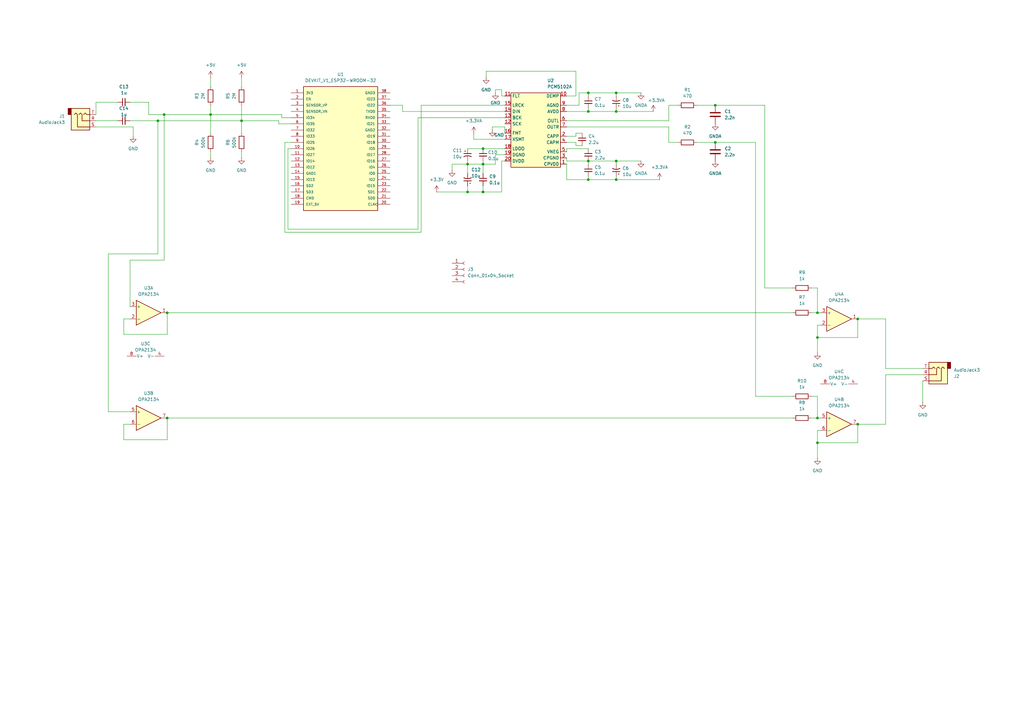
<source format=kicad_sch>
(kicad_sch (version 20231120) (generator "eeschema") (generator_version "8.0")
  (paper "A3")
  (lib_symbols
    (symbol "Amplifier_Operational:OPA2134" (pin_names (offset 0.127))
      (property "Reference" "U" (at 0 5.08 0))
      (property "Value" "OPA2134" (at 0 -5.08 0))
      (symbol "OPA2134_1_1"
        (polyline (pts (xy -5.08 5.08) (xy 5.08 0) (xy -5.08 -5.08) (xy -5.08 5.08)) (stroke (width 0.254)) (fill (type background)))
        (pin output line (at 7.62 0 180) (length 2.54) (name "~") (number "1"))
        (pin input line (at -7.62 -2.54 0) (length 2.54) (name "-") (number "2"))
        (pin input line (at -7.62 2.54 0) (length 2.54) (name "+") (number "3"))
      )
      (symbol "OPA2134_2_1"
        (polyline (pts (xy -5.08 5.08) (xy 5.08 0) (xy -5.08 -5.08) (xy -5.08 5.08)) (stroke (width 0.254)) (fill (type background)))
        (pin input line (at -7.62 2.54 0) (length 2.54) (name "+") (number "5"))
        (pin input line (at -7.62 -2.54 0) (length 2.54) (name "-") (number "6"))
        (pin output line (at 7.62 0 180) (length 2.54) (name "~") (number "7"))
      )
      (symbol "OPA2134_3_1"
        (pin power_in line (at -2.54 -7.62 90) (length 3.81) (name "V-") (number "4"))
        (pin power_in line (at -2.54 7.62 270) (length 3.81) (name "V+") (number "8"))
      )
    )
    (symbol "Audio:PCM5102A"
      (property "Reference" "U2" (at 4.7341 17.78 0))
      (property "Value" "PCM5102A" (at 4.7341 15.24 0))
      (symbol "PCM5102A_0_1"
        (rectangle (start -10.16 12.7) (end 10.16 -17.78) (stroke (width 0.254)) (fill (type background)))
      )
      (symbol "PCM5102A_1_1"
        (pin passive line (at 12.7 -16.51 180) (length 2.54) (name "CPVDD") (number "1"))
        (pin input line (at 12.7 11.43 180) (length 2.54) (name "DEMP") (number "10"))
        (pin input line (at -12.7 11.43 0) (length 2.54) (name "FLT") (number "11"))
        (pin input line (at -12.7 0 0) (length 2.54) (name "SCK") (number "12"))
        (pin input line (at -12.7 2.54 0) (length 2.54) (name "BCK") (number "13"))
        (pin input line (at -12.7 5.08 0) (length 2.54) (name "DIN") (number "14"))
        (pin input line (at -12.7 7.62 0) (length 2.54) (name "LRCK") (number "15"))
        (pin input line (at -12.7 -3.81 0) (length 2.54) (name "FMT") (number "16"))
        (pin input line (at -12.7 -6.35 0) (length 2.54) (name "XSMT") (number "17"))
        (pin passive line (at -12.7 -10.16 0) (length 2.54) (name "LDOO") (number "18"))
        (pin power_in line (at -12.7 -12.7 0) (length 2.54) (name "DGND") (number "19"))
        (pin passive line (at 12.7 -5.08 180) (length 2.54) (name "CAPP") (number "2"))
        (pin power_in line (at -12.7 -15.24 0) (length 2.54) (name "DVDD") (number "20"))
        (pin power_in line (at 12.7 -13.97 180) (length 2.54) (name "CPGND") (number "3"))
        (pin passive line (at 12.7 -7.62 180) (length 2.54) (name "CAPM") (number "4"))
        (pin passive line (at 12.7 -11.43 180) (length 2.54) (name "VNEG") (number "5"))
        (pin output line (at 12.7 1.27 180) (length 2.54) (name "OUTL") (number "6"))
        (pin output line (at 12.7 -1.27 180) (length 2.54) (name "OUTR") (number "7"))
        (pin power_in line (at 12.7 5.08 180) (length 2.54) (name "AVDD") (number "8"))
        (pin power_in line (at 12.7 7.62 180) (length 2.54) (name "AGND") (number "9"))
      )
    )
    (symbol "AudioSystemSymbolLibrary:DEVKIT_V1_ESP32-WROOM-32" (pin_names (offset 1.016))
      (property "Reference" "U" (at -15.2572 26.0643 0))
      (property "Value" "DEVKIT_V1_ESP32-WROOM-32" (at -15.2563 -27.9698 0))
      (symbol "DEVKIT_V1_ESP32-WROOM-32_0_0"
        (rectangle (start -15.24 -25.4) (end 15.24 25.4) (stroke (width 0.254)) (fill (type background)))
        (pin power_in line (at -20.32 22.86 0) (length 5.08) (name "3V3") (number "1"))
        (pin bidirectional line (at -20.32 0 0) (length 5.08) (name "IO26") (number "10"))
        (pin bidirectional line (at -20.32 -2.54 0) (length 5.08) (name "IO27") (number "11"))
        (pin bidirectional line (at -20.32 -5.08 0) (length 5.08) (name "IO14") (number "12"))
        (pin bidirectional line (at -20.32 -7.62 0) (length 5.08) (name "IO12") (number "13"))
        (pin power_in line (at -20.32 -10.16 0) (length 5.08) (name "GND1") (number "14"))
        (pin bidirectional line (at -20.32 -12.7 0) (length 5.08) (name "IO13") (number "15"))
        (pin bidirectional line (at -20.32 -15.24 0) (length 5.08) (name "SD2") (number "16"))
        (pin bidirectional line (at -20.32 -17.78 0) (length 5.08) (name "SD3") (number "17"))
        (pin bidirectional line (at -20.32 -20.32 0) (length 5.08) (name "CMD") (number "18"))
        (pin power_in line (at -20.32 -22.86 0) (length 5.08) (name "EXT_5V") (number "19"))
        (pin input line (at -20.32 20.32 0) (length 5.08) (name "EN") (number "2"))
        (pin input clock (at 20.32 -22.86 180) (length 5.08) (name "CLK") (number "20"))
        (pin bidirectional line (at 20.32 -20.32 180) (length 5.08) (name "SD0") (number "21"))
        (pin bidirectional line (at 20.32 -17.78 180) (length 5.08) (name "SD1") (number "22"))
        (pin bidirectional line (at 20.32 -15.24 180) (length 5.08) (name "IO15") (number "23"))
        (pin bidirectional line (at 20.32 -12.7 180) (length 5.08) (name "IO2") (number "24"))
        (pin bidirectional line (at 20.32 -10.16 180) (length 5.08) (name "IO0") (number "25"))
        (pin bidirectional line (at 20.32 -7.62 180) (length 5.08) (name "IO4") (number "26"))
        (pin bidirectional line (at 20.32 -5.08 180) (length 5.08) (name "IO16") (number "27"))
        (pin bidirectional line (at 20.32 -2.54 180) (length 5.08) (name "IO17") (number "28"))
        (pin bidirectional line (at 20.32 0 180) (length 5.08) (name "IO5") (number "29"))
        (pin input line (at -20.32 17.78 0) (length 5.08) (name "SENSOR_VP") (number "3"))
        (pin bidirectional line (at 20.32 2.54 180) (length 5.08) (name "IO18") (number "30"))
        (pin bidirectional line (at 20.32 5.08 180) (length 5.08) (name "IO19") (number "31"))
        (pin power_in line (at 20.32 7.62 180) (length 5.08) (name "GND2") (number "32"))
        (pin bidirectional line (at 20.32 10.16 180) (length 5.08) (name "IO21") (number "33"))
        (pin input line (at 20.32 12.7 180) (length 5.08) (name "RXD0") (number "34"))
        (pin output line (at 20.32 15.24 180) (length 5.08) (name "TXD0") (number "35"))
        (pin bidirectional line (at 20.32 17.78 180) (length 5.08) (name "IO22") (number "36"))
        (pin bidirectional line (at 20.32 20.32 180) (length 5.08) (name "IO23") (number "37"))
        (pin power_in line (at 20.32 22.86 180) (length 5.08) (name "GND3") (number "38"))
        (pin input line (at -20.32 15.24 0) (length 5.08) (name "SENSOR_VN") (number "4"))
        (pin bidirectional line (at -20.32 12.7 0) (length 5.08) (name "IO34") (number "5"))
        (pin bidirectional line (at -20.32 10.16 0) (length 5.08) (name "IO35") (number "6"))
        (pin bidirectional line (at -20.32 7.62 0) (length 5.08) (name "IO32") (number "7"))
        (pin bidirectional line (at -20.32 5.08 0) (length 5.08) (name "IO33") (number "8"))
        (pin bidirectional line (at -20.32 2.54 0) (length 5.08) (name "IO25") (number "9"))
      )
    )
    (symbol "Connector:Conn_01x04_Socket" (pin_names (offset 1.016) hide)
      (property "Reference" "J" (at 0 5.08 0))
      (property "Value" "Conn_01x04_Socket" (at 0 -7.62 0))
      (symbol "Conn_01x04_Socket_1_1"
        (arc (start 0 -4.572) (mid -0.5058 -5.08) (end 0 -5.588) (stroke (width 0.1524)))
        (arc (start 0 -2.032) (mid -0.5058 -2.54) (end 0 -3.048) (stroke (width 0.1524)))
        (polyline (pts (xy -1.27 -5.08) (xy -0.508 -5.08)) (stroke (width 0.1524)))
        (polyline (pts (xy -1.27 -2.54) (xy -0.508 -2.54)) (stroke (width 0.1524)))
        (polyline (pts (xy -1.27 0) (xy -0.508 0)) (stroke (width 0.1524)))
        (polyline (pts (xy -1.27 2.54) (xy -0.508 2.54)) (stroke (width 0.1524)))
        (arc (start 0 0.508) (mid -0.5058 0) (end 0 -0.508) (stroke (width 0.1524)))
        (arc (start 0 3.048) (mid -0.5058 2.54) (end 0 2.032) (stroke (width 0.1524)))
        (pin passive line (at -5.08 2.54 0) (length 3.81) (name "Pin_1") (number "1"))
        (pin passive line (at -5.08 0 0) (length 3.81) (name "Pin_2") (number "2"))
        (pin passive line (at -5.08 -2.54 0) (length 3.81) (name "Pin_3") (number "3"))
        (pin passive line (at -5.08 -5.08 0) (length 3.81) (name "Pin_4") (number "4"))
      )
    )
    (symbol "Connector_Audio:AudioJack3"
      (property "Reference" "J" (at 0 8.89 0))
      (property "Value" "AudioJack3" (at 0 6.35 0))
      (symbol "AudioJack3_0_1"
        (rectangle (start -5.08 -5.08) (end -6.35 -2.54) (stroke (width 0.254)) (fill (type outline)))
        (polyline (pts (xy 0 -2.54) (xy 0.635 -3.175) (xy 1.27 -2.54) (xy 2.54 -2.54)) (stroke (width 0.254)))
        (polyline (pts (xy -1.905 -2.54) (xy -1.27 -3.175) (xy -0.635 -2.54) (xy -0.635 0) (xy 2.54 0)) (stroke (width 0.254)))
        (polyline (pts (xy 2.54 2.54) (xy -2.54 2.54) (xy -2.54 -2.54) (xy -3.175 -3.175) (xy -3.81 -2.54)) (stroke (width 0.254)))
        (rectangle (start 2.54 3.81) (end -5.08 -5.08) (stroke (width 0.254)) (fill (type background)))
      )
      (symbol "AudioJack3_1_1"
        (pin passive line (at 5.08 0 180) (length 2.54) (name "~") (number "R"))
        (pin passive line (at 5.08 2.54 180) (length 2.54) (name "~") (number "S"))
        (pin passive line (at 5.08 -2.54 180) (length 2.54) (name "~") (number "T"))
      )
    )
    (symbol "Device:C" (pin_numbers hide) (pin_names (offset 0.254))
      (property "Reference" "C" (at 0.635 2.54 0))
      (property "Value" "C" (at 0.635 -2.54 0))
      (symbol "C_0_1"
        (polyline (pts (xy -2.032 -0.762) (xy 2.032 -0.762)) (stroke (width 0.508)))
        (polyline (pts (xy -2.032 0.762) (xy 2.032 0.762)) (stroke (width 0.508)))
      )
      (symbol "C_1_1"
        (pin passive line (at 0 3.81 270) (length 2.794) (name "~") (number "1"))
        (pin passive line (at 0 -3.81 90) (length 2.794) (name "~") (number "2"))
      )
    )
    (symbol "Device:C_Polarized_Small_US" (pin_numbers hide) (pin_names (offset 0.254) hide)
      (property "Reference" "C" (at 0.254 1.778 0))
      (property "Value" "C_Polarized_Small_US" (at 0.254 -2.032 0))
      (symbol "C_Polarized_Small_US_0_1"
        (polyline (pts (xy -1.524 0.508) (xy 1.524 0.508)) (stroke (width 0.3048)))
        (polyline (pts (xy -1.27 1.524) (xy -0.762 1.524)))
        (polyline (pts (xy -1.016 1.27) (xy -1.016 1.778)))
        (arc (start 1.524 -0.762) (mid 0 -0.3734) (end -1.524 -0.762) (stroke (width 0.3048)))
      )
      (symbol "C_Polarized_Small_US_1_1"
        (pin passive line (at 0 2.54 270) (length 2.032) (name "~") (number "1"))
        (pin passive line (at 0 -2.54 90) (length 2.032) (name "~") (number "2"))
      )
    )
    (symbol "Device:C_Small" (pin_numbers hide) (pin_names (offset 0.254) hide)
      (property "Reference" "C" (at 0.254 1.778 0))
      (property "Value" "C_Small" (at 0.254 -2.032 0))
      (symbol "C_Small_0_1"
        (polyline (pts (xy -1.524 -0.508) (xy 1.524 -0.508)) (stroke (width 0.3302)))
        (polyline (pts (xy -1.524 0.508) (xy 1.524 0.508)) (stroke (width 0.3048)))
      )
      (symbol "C_Small_1_1"
        (pin passive line (at 0 2.54 270) (length 2.032) (name "~") (number "1"))
        (pin passive line (at 0 -2.54 90) (length 2.032) (name "~") (number "2"))
      )
    )
    (symbol "Device:R" (pin_numbers hide) (pin_names (offset 0))
      (property "Reference" "R" (at 2.032 0 90))
      (property "Value" "R" (at 0 0 90))
      (symbol "R_0_1"
        (rectangle (start -1.016 -2.54) (end 1.016 2.54) (stroke (width 0.254)))
      )
      (symbol "R_1_1"
        (pin passive line (at 0 3.81 270) (length 1.27) (name "~") (number "1"))
        (pin passive line (at 0 -3.81 90) (length 1.27) (name "~") (number "2"))
      )
    )
    (symbol "power:+3.3V" (power) (pin_numbers hide) (pin_names (offset 0) hide)
      (property "Value" "+3.3V" (at 0 3.556 0))
      (symbol "+3.3V_0_1"
        (polyline (pts (xy -0.762 1.27) (xy 0 2.54)))
        (polyline (pts (xy 0 0) (xy 0 2.54)))
        (polyline (pts (xy 0 2.54) (xy 0.762 1.27)))
      )
      (symbol "+3.3V_1_1"
        (pin power_in line (at 0 0 90) (length 0) (name "~") (number "1"))
      )
    )
    (symbol "power:+3.3VA" (power) (pin_numbers hide) (pin_names (offset 0) hide)
      (property "Value" "+3.3VA" (at 0 3.556 0))
      (symbol "+3.3VA_0_1"
        (polyline (pts (xy -0.762 1.27) (xy 0 2.54)))
        (polyline (pts (xy 0 0) (xy 0 2.54)))
        (polyline (pts (xy 0 2.54) (xy 0.762 1.27)))
      )
      (symbol "+3.3VA_1_1"
        (pin power_in line (at 0 0 90) (length 0) (name "~") (number "1"))
      )
    )
    (symbol "power:+5V" (power) (pin_numbers hide) (pin_names (offset 0) hide)
      (property "Value" "+5V" (at 0 3.556 0))
      (symbol "+5V_0_1"
        (polyline (pts (xy -0.762 1.27) (xy 0 2.54)))
        (polyline (pts (xy 0 0) (xy 0 2.54)))
        (polyline (pts (xy 0 2.54) (xy 0.762 1.27)))
      )
      (symbol "+5V_1_1"
        (pin power_in line (at 0 0 90) (length 0) (name "~") (number "1"))
      )
    )
    (symbol "power:GND" (power) (pin_numbers hide) (pin_names (offset 0) hide)
      (property "Value" "GND" (at 0 -3.81 0))
      (symbol "GND_0_1"
        (polyline (pts (xy 0 0) (xy 0 -1.27) (xy 1.27 -1.27) (xy 0 -2.54) (xy -1.27 -1.27) (xy 0 -1.27)))
      )
      (symbol "GND_1_1"
        (pin power_in line (at 0 0 270) (length 0) (name "~") (number "1"))
      )
    )
    (symbol "power:GNDA" (power) (pin_numbers hide) (pin_names (offset 0) hide)
      (property "Value" "GNDA" (at 0 -3.81 0))
      (symbol "GNDA_0_1"
        (polyline (pts (xy 0 0) (xy 0 -1.27) (xy 1.27 -1.27) (xy 0 -2.54) (xy -1.27 -1.27) (xy 0 -1.27)))
      )
      (symbol "GNDA_1_1"
        (pin power_in line (at 0 0 270) (length 0) (name "~") (number "1"))
      )
    )
  )
  (junction (at 68.58 171.45))
  (junction (at 241.3 45.72))
  (junction (at 252.73 38.1))
  (junction (at 293.37 43.18))
  (junction (at 64.77 49.53))
  (junction (at 351.79 130.81))
  (junction (at 86.36 46.99))
  (junction (at 335.28 171.45))
  (junction (at 241.3 66.04))
  (junction (at 335.28 181.61))
  (junction (at 293.37 58.42))
  (junction (at 99.06 49.53))
  (junction (at 241.3 38.1))
  (junction (at 252.73 73.66))
  (junction (at 351.79 173.99))
  (junction (at 198.12 60.96))
  (junction (at 241.3 73.66))
  (junction (at 67.31 46.99))
  (junction (at 68.58 128.27))
  (junction (at 198.12 78.74))
  (junction (at 335.28 128.27))
  (junction (at 252.73 66.04))
  (junction (at 191.77 67.31))
  (junction (at 252.73 45.72))
  (junction (at 335.28 138.43))
  (junction (at 198.12 67.31))
  (junction (at 191.77 78.74))
  (wire (pts (xy 236.22 39.37) (xy 236.22 29.21)))
  (wire (pts (xy 207.01 54.61) (xy 207.01 52.07)))
  (wire (pts (xy 191.77 78.74) (xy 198.12 78.74)))
  (wire (pts (xy 232.41 58.42) (xy 236.22 58.42)))
  (wire (pts (xy 53.34 125.73) (xy 53.34 106.68)))
  (wire (pts (xy 252.73 45.72) (xy 267.97 45.72)))
  (wire (pts (xy 232.41 62.23) (xy 232.41 60.96)))
  (wire (pts (xy 332.74 162.56) (xy 335.28 162.56)))
  (wire (pts (xy 285.75 58.42) (xy 293.37 58.42)))
  (wire (pts (xy 198.12 71.12) (xy 198.12 67.31)))
  (wire (pts (xy 274.32 43.18) (xy 278.13 43.18)))
  (wire (pts (xy 252.73 38.1) (xy 252.73 39.37)))
  (wire (pts (xy 191.77 71.12) (xy 191.77 67.31)))
  (wire (pts (xy 50.8 137.16) (xy 50.8 130.81)))
  (wire (pts (xy 252.73 45.72) (xy 252.73 44.45)))
  (wire (pts (xy 198.12 60.96) (xy 207.01 60.96)))
  (wire (pts (xy 313.69 118.11) (xy 313.69 43.18)))
  (wire (pts (xy 198.12 67.31) (xy 203.2 67.31)))
  (wire (pts (xy 207.01 57.15) (xy 194.31 57.15)))
  (wire (pts (xy 64.77 49.53) (xy 99.06 49.53)))
  (wire (pts (xy 252.73 73.66) (xy 270.51 73.66)))
  (wire (pts (xy 241.3 38.1) (xy 252.73 38.1)))
  (wire (pts (xy 241.3 66.04) (xy 252.73 66.04)))
  (wire (pts (xy 198.12 66.04) (xy 198.12 67.31)))
  (wire (pts (xy 60.96 41.91) (xy 60.96 46.99)))
  (wire (pts (xy 99.06 43.18) (xy 99.06 49.53)))
  (wire (pts (xy 335.28 181.61) (xy 335.28 187.96)))
  (wire (pts (xy 68.58 137.16) (xy 68.58 128.27)))
  (wire (pts (xy 274.32 58.42) (xy 278.13 58.42)))
  (wire (pts (xy 44.45 104.14) (xy 64.77 104.14)))
  (wire (pts (xy 165.1 43.18) (xy 160.02 43.18)))
  (wire (pts (xy 293.37 43.18) (xy 313.69 43.18)))
  (wire (pts (xy 236.22 58.42) (xy 236.22 59.69)))
  (wire (pts (xy 191.77 66.04) (xy 191.77 67.31)))
  (wire (pts (xy 332.74 118.11) (xy 335.28 118.11)))
  (wire (pts (xy 335.28 128.27) (xy 336.55 128.27)))
  (wire (pts (xy 336.55 133.35) (xy 335.28 133.35)))
  (wire (pts (xy 309.88 162.56) (xy 309.88 58.42)))
  (wire (pts (xy 60.96 46.99) (xy 67.31 46.99)))
  (wire (pts (xy 274.32 58.42) (xy 274.32 52.07)))
  (wire (pts (xy 252.73 66.04) (xy 262.89 66.04)))
  (wire (pts (xy 99.06 31.75) (xy 99.06 35.56)))
  (wire (pts (xy 232.41 73.66) (xy 241.3 73.66)))
  (wire (pts (xy 86.36 46.99) (xy 115.57 46.99)))
  (wire (pts (xy 351.79 173.99) (xy 351.79 181.61)))
  (wire (pts (xy 114.3 50.8) (xy 119.38 50.8)))
  (wire (pts (xy 191.77 67.31) (xy 198.12 67.31)))
  (wire (pts (xy 232.41 67.31) (xy 232.41 73.66)))
  (wire (pts (xy 205.74 36.83) (xy 203.2 36.83)))
  (wire (pts (xy 53.34 168.91) (xy 44.45 168.91)))
  (wire (pts (xy 50.8 130.81) (xy 53.34 130.81)))
  (wire (pts (xy 207.01 63.5) (xy 203.2 63.5)))
  (wire (pts (xy 185.42 67.31) (xy 185.42 69.85)))
  (wire (pts (xy 50.8 137.16) (xy 68.58 137.16)))
  (wire (pts (xy 199.39 29.21) (xy 199.39 31.75)))
  (wire (pts (xy 351.79 173.99) (xy 363.22 173.99)))
  (wire (pts (xy 64.77 104.14) (xy 64.77 49.53)))
  (wire (pts (xy 335.28 133.35) (xy 335.28 138.43)))
  (wire (pts (xy 232.41 66.04) (xy 232.41 64.77)))
  (wire (pts (xy 99.06 49.53) (xy 99.06 54.61)))
  (wire (pts (xy 363.22 130.81) (xy 363.22 151.13)))
  (wire (pts (xy 335.28 138.43) (xy 335.28 144.78)))
  (wire (pts (xy 198.12 76.2) (xy 198.12 78.74)))
  (wire (pts (xy 241.3 73.66) (xy 252.73 73.66)))
  (wire (pts (xy 336.55 176.53) (xy 335.28 176.53)))
  (wire (pts (xy 119.38 58.42) (xy 116.84 58.42)))
  (wire (pts (xy 198.12 78.74) (xy 205.74 78.74)))
  (wire (pts (xy 68.58 128.27) (xy 325.12 128.27)))
  (wire (pts (xy 172.72 43.18) (xy 207.01 43.18)))
  (wire (pts (xy 165.1 45.72) (xy 207.01 45.72)))
  (wire (pts (xy 252.73 38.1) (xy 262.89 38.1)))
  (wire (pts (xy 201.93 52.07) (xy 201.93 53.34)))
  (wire (pts (xy 118.11 93.98) (xy 171.45 93.98)))
  (wire (pts (xy 203.2 36.83) (xy 203.2 38.1)))
  (wire (pts (xy 67.31 106.68) (xy 67.31 46.99)))
  (wire (pts (xy 232.41 45.72) (xy 241.3 45.72)))
  (wire (pts (xy 241.3 66.04) (xy 241.3 67.31)))
  (wire (pts (xy 116.84 95.25) (xy 172.72 95.25)))
  (wire (pts (xy 252.73 73.66) (xy 252.73 72.39)))
  (wire (pts (xy 194.31 54.61) (xy 194.31 57.15)))
  (wire (pts (xy 53.34 49.53) (xy 64.77 49.53)))
  (wire (pts (xy 378.46 156.21) (xy 378.46 165.1)))
  (wire (pts (xy 252.73 66.04) (xy 252.73 67.31)))
  (wire (pts (xy 363.22 153.67) (xy 378.46 153.67)))
  (wire (pts (xy 99.06 49.53) (xy 114.3 49.53)))
  (wire (pts (xy 171.45 48.26) (xy 207.01 48.26)))
  (wire (pts (xy 236.22 29.21) (xy 199.39 29.21)))
  (wire (pts (xy 325.12 162.56) (xy 309.88 162.56)))
  (wire (pts (xy 236.22 54.61) (xy 238.76 54.61)))
  (wire (pts (xy 86.36 31.75) (xy 86.36 35.56)))
  (wire (pts (xy 332.74 128.27) (xy 335.28 128.27)))
  (wire (pts (xy 285.75 43.18) (xy 293.37 43.18)))
  (wire (pts (xy 207.01 52.07) (xy 201.93 52.07)))
  (wire (pts (xy 351.79 138.43) (xy 351.79 130.81)))
  (wire (pts (xy 165.1 45.72) (xy 165.1 43.18)))
  (wire (pts (xy 232.41 43.18) (xy 237.49 43.18)))
  (wire (pts (xy 86.36 43.18) (xy 86.36 46.99)))
  (wire (pts (xy 207.01 39.37) (xy 205.74 39.37)))
  (wire (pts (xy 232.41 60.96) (xy 241.3 60.96)))
  (wire (pts (xy 44.45 168.91) (xy 44.45 104.14)))
  (wire (pts (xy 203.2 63.5) (xy 203.2 67.31)))
  (wire (pts (xy 335.28 118.11) (xy 335.28 128.27)))
  (wire (pts (xy 325.12 118.11) (xy 313.69 118.11)))
  (wire (pts (xy 191.77 76.2) (xy 191.77 78.74)))
  (wire (pts (xy 274.32 49.53) (xy 274.32 43.18)))
  (wire (pts (xy 241.3 44.45) (xy 241.3 45.72)))
  (wire (pts (xy 232.41 52.07) (xy 274.32 52.07)))
  (wire (pts (xy 232.41 55.88) (xy 236.22 55.88)))
  (wire (pts (xy 185.42 67.31) (xy 191.77 67.31)))
  (wire (pts (xy 179.07 78.74) (xy 191.77 78.74)))
  (wire (pts (xy 172.72 95.25) (xy 172.72 43.18)))
  (wire (pts (xy 86.36 46.99) (xy 86.36 54.61)))
  (wire (pts (xy 205.74 39.37) (xy 205.74 36.83)))
  (wire (pts (xy 335.28 181.61) (xy 351.79 181.61)))
  (wire (pts (xy 293.37 58.42) (xy 309.88 58.42)))
  (wire (pts (xy 39.37 41.91) (xy 48.26 41.91)))
  (wire (pts (xy 39.37 46.99) (xy 39.37 41.91)))
  (wire (pts (xy 68.58 171.45) (xy 68.58 180.34)))
  (wire (pts (xy 236.22 55.88) (xy 236.22 54.61)))
  (wire (pts (xy 351.79 130.81) (xy 363.22 130.81)))
  (wire (pts (xy 335.28 176.53) (xy 335.28 181.61)))
  (wire (pts (xy 99.06 62.23) (xy 99.06 64.77)))
  (wire (pts (xy 236.22 59.69) (xy 238.76 59.69)))
  (wire (pts (xy 171.45 93.98) (xy 171.45 48.26)))
  (wire (pts (xy 241.3 38.1) (xy 241.3 39.37)))
  (wire (pts (xy 232.41 39.37) (xy 236.22 39.37)))
  (wire (pts (xy 86.36 62.23) (xy 86.36 64.77)))
  (wire (pts (xy 116.84 58.42) (xy 116.84 95.25)))
  (wire (pts (xy 332.74 171.45) (xy 335.28 171.45)))
  (wire (pts (xy 232.41 66.04) (xy 241.3 66.04)))
  (wire (pts (xy 50.8 173.99) (xy 50.8 180.34)))
  (wire (pts (xy 39.37 52.07) (xy 54.61 52.07)))
  (wire (pts (xy 191.77 60.96) (xy 198.12 60.96)))
  (wire (pts (xy 232.41 49.53) (xy 274.32 49.53)))
  (wire (pts (xy 114.3 49.53) (xy 114.3 50.8)))
  (wire (pts (xy 237.49 43.18) (xy 237.49 38.1)))
  (wire (pts (xy 50.8 173.99) (xy 53.34 173.99)))
  (wire (pts (xy 241.3 72.39) (xy 241.3 73.66)))
  (wire (pts (xy 54.61 52.07) (xy 54.61 55.88)))
  (wire (pts (xy 119.38 48.26) (xy 115.57 48.26)))
  (wire (pts (xy 39.37 49.53) (xy 48.26 49.53)))
  (wire (pts (xy 237.49 38.1) (xy 241.3 38.1)))
  (wire (pts (xy 363.22 173.99) (xy 363.22 153.67)))
  (wire (pts (xy 115.57 48.26) (xy 115.57 46.99)))
  (wire (pts (xy 67.31 46.99) (xy 86.36 46.99)))
  (wire (pts (xy 335.28 162.56) (xy 335.28 171.45)))
  (wire (pts (xy 205.74 66.04) (xy 205.74 78.74)))
  (wire (pts (xy 53.34 106.68) (xy 67.31 106.68)))
  (wire (pts (xy 241.3 45.72) (xy 252.73 45.72)))
  (wire (pts (xy 68.58 171.45) (xy 325.12 171.45)))
  (wire (pts (xy 205.74 66.04) (xy 207.01 66.04)))
  (wire (pts (xy 119.38 60.96) (xy 118.11 60.96)))
  (wire (pts (xy 53.34 41.91) (xy 60.96 41.91)))
  (wire (pts (xy 118.11 60.96) (xy 118.11 93.98)))
  (wire (pts (xy 335.28 138.43) (xy 351.79 138.43)))
  (wire (pts (xy 363.22 151.13) (xy 378.46 151.13)))
  (wire (pts (xy 335.28 171.45) (xy 336.55 171.45)))
  (wire (pts (xy 50.8 180.34) (xy 68.58 180.34)))
  (symbol (lib_id "Connector_Audio:AudioJack3") (at 383.54 153.67 180) (unit 1)
    (property "Reference" "J2" (at 391.16 154.3051 0) (effects (justify right)))
    (property "Value" "AudioJack3" (at 391.16 151.7651 0) (effects (justify right)))
    (property "Description" "Audio Jack, 3 Poles (Stereo / TRS)" (effects (hide yes)))
  )
  (symbol (lib_id "Device:R") (at 281.94 58.42 90) (unit 1)
    (property "Reference" "R2" (at 281.94 52.07 90))
    (property "Value" "470" (at 281.94 54.61 90))
    (property "Description" "Resistor" (effects (hide yes)))
  )
  (symbol (lib_id "power:GNDA") (at 262.89 66.04 0) (unit 1)
    (property "Reference" "#PWR03" (effects (hide yes)))
    (property "Value" "GNDA" (at 262.89 71.12 0))
    (property "Description" "Power symbol creates a global label with name \"GNDA\" , analog ground" (effects (hide yes)))
  )
  (symbol (lib_id "Device:R") (at 328.93 118.11 90) (unit 1)
    (property "Reference" "R9" (at 328.93 111.76 90))
    (property "Value" "1k" (at 328.93 114.3 90))
    (property "Description" "Resistor" (effects (hide yes)))
  )
  (symbol (lib_id "power:GNDA") (at 293.37 66.04 0) (unit 1)
    (property "Reference" "#PWR01" (effects (hide yes)))
    (property "Value" "GNDA" (at 293.37 71.12 0))
    (property "Description" "Power symbol creates a global label with name \"GNDA\" , analog ground" (effects (hide yes)))
  )
  (symbol (lib_id "Device:R") (at 281.94 43.18 90) (unit 1)
    (property "Reference" "R1" (at 281.94 36.83 90))
    (property "Value" "470" (at 281.94 39.37 90))
    (property "Description" "Resistor" (effects (hide yes)))
  )
  (symbol (lib_id "power:+3.3V") (at 179.07 78.74 0) (unit 1)
    (property "Reference" "#PWR08" (effects (hide yes)))
    (property "Value" "+3.3V" (at 179.07 73.66 0))
    (property "Description" "Power symbol creates a global label with name \"+3.3V\"" (effects (hide yes)))
  )
  (symbol (lib_id "Device:R") (at 99.06 58.42 180) (unit 1)
    (property "Reference" "R6" (at 93.472 58.42 90))
    (property "Value" "500k" (at 96.012 58.42 90))
    (property "Description" "Resistor" (effects (hide yes)))
  )
  (symbol (lib_id "Amplifier_Operational:OPA2134") (at 60.96 171.45 0) (unit 2)
    (property "Reference" "U3" (at 60.96 161.29 0))
    (property "Value" "OPA2134" (at 60.96 163.83 0))
    (property "Footprint" "AudioSystemFootprintLibrary:OPA2134UA" (effects (hide yes)))
    (property "Datasheet" "http://www.ti.com/lit/ds/symlink/opa134.pdf" (effects (hide yes)))
    (property "Description" "Dual SoundPlus High Performance Audio Operational Amplifiers, DIP-8/SOIC-8" (effects (hide yes)))
  )
  (symbol (lib_id "Amplifier_Operational:OPA2134") (at 344.17 130.81 0) (unit 1)
    (property "Reference" "U4" (at 344.17 120.65 0))
    (property "Value" "OPA2134" (at 344.17 123.19 0))
    (property "Footprint" "AudioSystemFootprintLibrary:OPA2134UA" (effects (hide yes)))
    (property "Datasheet" "http://www.ti.com/lit/ds/symlink/opa134.pdf" (effects (hide yes)))
    (property "Description" "Dual SoundPlus High Performance Audio Operational Amplifiers, DIP-8/SOIC-8" (effects (hide yes)))
  )
  (symbol (lib_id "power:+5V") (at 99.06 31.75 0) (unit 1)
    (property "Reference" "#PWR015" (effects (hide yes)))
    (property "Value" "+5V" (at 99.06 26.67 0))
    (property "Description" "Power symbol creates a global label with name \"+5V\"" (effects (hide yes)))
  )
  (symbol (lib_id "Device:C_Polarized_Small_US") (at 252.73 69.85 180) (unit 1)
    (property "Reference" "C6" (at 255.27 69.0117 0) (effects (justify right)))
    (property "Value" "10u" (at 255.27 71.5517 0) (effects (justify right)))
    (property "Description" "Polarized capacitor, small US symbol" (effects (hide yes)))
  )
  (symbol (lib_id "Device:R") (at 328.93 128.27 90) (unit 1)
    (property "Reference" "R7" (at 328.93 121.92 90))
    (property "Value" "1k" (at 328.93 124.46 90))
    (property "Description" "Resistor" (effects (hide yes)))
  )
  (symbol (lib_id "power:GNDA") (at 262.89 38.1 0) (unit 1)
    (property "Reference" "#PWR06" (effects (hide yes)))
    (property "Value" "GNDA" (at 262.89 43.18 0))
    (property "Description" "Power symbol creates a global label with name \"GNDA\" , analog ground" (effects (hide yes)))
  )
  (symbol (lib_id "Amplifier_Operational:OPA2134") (at 344.17 154.94 90) (unit 3)
    (property "Reference" "U4" (at 344.17 152.4 90))
    (property "Value" "OPA2134" (at 344.17 154.94 90))
    (property "Footprint" "AudioSystemFootprintLibrary:OPA2134UA" (effects (hide yes)))
    (property "Datasheet" "http://www.ti.com/lit/ds/symlink/opa134.pdf" (effects (hide yes)))
    (property "Description" "Dual SoundPlus High Performance Audio Operational Amplifiers, DIP-8/SOIC-8" (effects (hide yes)))
  )
  (symbol (lib_id "power:+3.3VA") (at 194.31 54.61 0) (unit 1)
    (property "Reference" "#PWR07" (effects (hide yes)))
    (property "Value" "+3.3VA" (at 194.31 49.53 0))
    (property "Description" "Power symbol creates a global label with name \"+3.3VA\"" (effects (hide yes)))
  )
  (symbol (lib_id "Amplifier_Operational:OPA2134") (at 344.17 173.99 0) (unit 2)
    (property "Reference" "U4" (at 344.17 163.83 0))
    (property "Value" "OPA2134" (at 344.17 166.37 0))
    (property "Footprint" "AudioSystemFootprintLibrary:OPA2134UA" (effects (hide yes)))
    (property "Datasheet" "http://www.ti.com/lit/ds/symlink/opa134.pdf" (effects (hide yes)))
    (property "Description" "Dual SoundPlus High Performance Audio Operational Amplifiers, DIP-8/SOIC-8" (effects (hide yes)))
  )
  (symbol (lib_id "power:GND") (at 54.61 55.88 0) (unit 1)
    (property "Reference" "#PWR013" (effects (hide yes)))
    (property "Value" "GND" (at 54.61 60.96 0))
    (property "Description" "Power symbol creates a global label with name \"GND\" , ground" (effects (hide yes)))
  )
  (symbol (lib_id "power:GND") (at 378.46 165.1 0) (unit 1)
    (property "Reference" "#PWR020" (effects (hide yes)))
    (property "Value" "GND" (at 378.46 170.18 0))
    (property "Description" "Power symbol creates a global label with name \"GND\" , ground" (effects (hide yes)))
  )
  (symbol (lib_id "power:+5V") (at 86.36 31.75 0) (unit 1)
    (property "Reference" "#PWR018" (effects (hide yes)))
    (property "Value" "+5V" (at 86.36 26.67 0))
    (property "Description" "Power symbol creates a global label with name \"+5V\"" (effects (hide yes)))
  )
  (symbol (lib_id "Device:C_Small") (at 238.76 57.15 0) (unit 1)
    (property "Reference" "C4" (at 241.3 55.8862 0) (effects (justify left)))
    (property "Value" "2.2u" (at 241.3 58.4262 0) (effects (justify left)))
    (property "Description" "Unpolarized capacitor, small symbol" (effects (hide yes)))
  )
  (symbol (lib_id "Device:C_Small") (at 50.8 41.91 90) (unit 1)
    (property "Reference" "C13" (at 50.8063 35.56 90))
    (property "Value" "1u" (at 50.8063 38.1 90))
    (property "Description" "Unpolarized capacitor, small symbol" (effects (hide yes)))
  )
  (symbol (lib_id "power:GND") (at 185.42 69.85 0) (unit 1)
    (property "Reference" "#PWR09" (effects (hide yes)))
    (property "Value" "GND" (at 185.42 74.93 0))
    (property "Description" "Power symbol creates a global label with name \"GND\" , ground" (effects (hide yes)))
  )
  (symbol (lib_id "AudioSystemSymbolLibrary:DEVKIT_V1_ESP32-WROOM-32") (at 139.7 60.96 0) (unit 1)
    (property "Reference" "U1" (at 139.7 30.48 0))
    (property "Value" "DEVKIT_V1_ESP32-WROOM-32" (at 139.7 33.02 0))
    (property "Footprint" "AudioSystemFootprintLibrary:MODULE_DEVKIT_V1_ESP32-WROOM-32" (effects (hide yes)))
    (property "MF" "Espressif Systems" (effects (hide yes)))
    (property "Description_1" "\nWROOM-32 Development Board ESP32 ESP-32S WiFi Bluetooth Dev Module\n" (effects (hide yes)))
    (property "Package" "Package" (effects (hide yes)))
    (property "Price" "None" (effects (hide yes)))
    (property "Check_prices" "https://www.snapeda.com/parts/DEVKIT%20V1%20ESP32-WROOM-32/Espressif+Systems/view-part/?ref=eda" (effects (hide yes)))
    (property "STANDARD" "Manufacturer Recommendations" (effects (hide yes)))
    (property "PARTREV" "N/A" (effects (hide yes)))
    (property "SnapEDA_Link" "https://www.snapeda.com/parts/DEVKIT%20V1%20ESP32-WROOM-32/Espressif+Systems/view-part/?ref=snap" (effects (hide yes)))
    (property "MP" "DEVKIT V1 ESP32-WROOM-32" (effects (hide yes)))
    (property "Availability" "Not in stock" (effects (hide yes)))
    (property "MANUFACTURER" "Espressif Systems" (effects (hide yes)))
  )
  (symbol (lib_id "Device:C") (at 293.37 46.99 0) (unit 1)
    (property "Reference" "C1" (at 297.18 45.7199 0) (effects (justify left)))
    (property "Value" "2.2n" (at 297.18 48.2599 0) (effects (justify left)))
    (property "Description" "Unpolarized capacitor" (effects (hide yes)))
  )
  (symbol (lib_id "power:GND") (at 99.06 64.77 0) (unit 1)
    (property "Reference" "#PWR014" (effects (hide yes)))
    (property "Value" "GND" (at 99.06 69.85 0))
    (property "Description" "Power symbol creates a global label with name \"GND\" , ground" (effects (hide yes)))
  )
  (symbol (lib_id "Amplifier_Operational:OPA2134") (at 59.69 143.51 90) (unit 3)
    (property "Reference" "U3" (at 59.69 140.97 90))
    (property "Value" "OPA2134" (at 59.69 143.51 90))
    (property "Footprint" "AudioSystemFootprintLibrary:OPA2134UA" (effects (hide yes)))
    (property "Datasheet" "http://www.ti.com/lit/ds/symlink/opa134.pdf" (effects (hide yes)))
    (property "Description" "Dual SoundPlus High Performance Audio Operational Amplifiers, DIP-8/SOIC-8" (effects (hide yes)))
  )
  (symbol (lib_id "Device:C_Polarized_Small_US") (at 191.77 73.66 180) (unit 1)
    (property "Reference" "C12" (at 193.294 69.596 0) (effects (justify right)))
    (property "Value" "10u" (at 193.294 72.136 0) (effects (justify right)))
    (property "Description" "Polarized capacitor, small US symbol" (effects (hide yes)))
  )
  (symbol (lib_id "Connector_Audio:AudioJack3") (at 34.29 49.53 0) (mirror x) (unit 1)
    (property "Reference" "J1" (at 26.67 47.6249 0) (effects (justify right)))
    (property "Value" "AudioJack3" (at 26.67 50.1649 0) (effects (justify right)))
    (property "Description" "Audio Jack, 3 Poles (Stereo / TRS)" (effects (hide yes)))
  )
  (symbol (lib_id "power:GND") (at 203.2 38.1 0) (unit 1)
    (property "Reference" "#PWR011" (effects (hide yes)))
    (property "Value" "GND" (at 203.2 42.164 0))
    (property "Description" "Power symbol creates a global label with name \"GND\" , ground" (effects (hide yes)))
  )
  (symbol (lib_id "power:GND") (at 335.28 144.78 0) (unit 1)
    (property "Reference" "#PWR017" (effects (hide yes)))
    (property "Value" "GND" (at 335.28 149.86 0))
    (property "Description" "Power symbol creates a global label with name \"GND\" , ground" (effects (hide yes)))
  )
  (symbol (lib_id "Device:C_Small") (at 50.8 49.53 90) (unit 1)
    (property "Reference" "C14" (at 50.8 44.45 90))
    (property "Value" "1u" (at 50.8 46.99 90))
    (property "Description" "Unpolarized capacitor, small symbol" (effects (hide yes)))
  )
  (symbol (lib_id "power:+3.3VA") (at 270.51 73.66 0) (unit 1)
    (property "Reference" "#PWR04" (effects (hide yes)))
    (property "Value" "+3.3VA" (at 270.51 68.58 0))
    (property "Description" "Power symbol creates a global label with name \"+3.3VA\"" (effects (hide yes)))
  )
  (symbol (lib_id "Device:C_Polarized_Small_US") (at 191.77 63.5 0) (unit 1)
    (property "Reference" "C11" (at 185.674 61.722 0) (effects (justify left)))
    (property "Value" "10u" (at 185.674 64.262 0) (effects (justify left)))
    (property "Description" "Polarized capacitor, small US symbol" (effects (hide yes)))
  )
  (symbol (lib_id "Device:C_Small") (at 241.3 69.85 0) (unit 1)
    (property "Reference" "C5" (at 243.84 68.5862 0) (effects (justify left)))
    (property "Value" "0.1u" (at 243.84 71.1262 0) (effects (justify left)))
    (property "Description" "Unpolarized capacitor, small symbol" (effects (hide yes)))
  )
  (symbol (lib_id "Device:R") (at 328.93 162.56 90) (unit 1)
    (property "Reference" "R10" (at 328.93 156.21 90))
    (property "Value" "1k" (at 328.93 158.75 90))
    (property "Description" "Resistor" (effects (hide yes)))
  )
  (symbol (lib_id "Device:C") (at 293.37 62.23 0) (unit 1)
    (property "Reference" "C2" (at 297.18 60.9599 0) (effects (justify left)))
    (property "Value" "2.2n" (at 297.18 63.4999 0) (effects (justify left)))
    (property "Description" "Unpolarized capacitor" (effects (hide yes)))
  )
  (symbol (lib_id "power:GND") (at 199.39 31.75 0) (unit 1)
    (property "Reference" "#PWR010" (effects (hide yes)))
    (property "Value" "GND" (at 199.39 36.83 0))
    (property "Description" "Power symbol creates a global label with name \"GND\" , ground" (effects (hide yes)))
  )
  (symbol (lib_id "Device:C_Small") (at 198.12 63.5 0) (unit 1)
    (property "Reference" "C10" (at 200.152 62.484 0) (effects (justify left)))
    (property "Value" "0.1u" (at 200.152 65.024 0) (effects (justify left)))
    (property "Description" "Unpolarized capacitor, small symbol" (effects (hide yes)))
  )
  (symbol (lib_id "Device:R") (at 86.36 58.42 180) (unit 1)
    (property "Reference" "R4" (at 80.772 58.42 90))
    (property "Value" "500k" (at 83.312 58.42 90))
    (property "Description" "Resistor" (effects (hide yes)))
  )
  (symbol (lib_id "power:GND") (at 201.93 53.34 0) (unit 1)
    (property "Reference" "#PWR012" (effects (hide yes)))
    (property "Value" "GND" (at 204.724 55.372 0))
    (property "Description" "Power symbol creates a global label with name \"GND\" , ground" (effects (hide yes)))
  )
  (symbol (lib_id "Connector:Conn_01x04_Socket") (at 190.5 110.49 0) (unit 1)
    (property "Reference" "J3" (at 191.77 110.4899 0) (effects (justify left)))
    (property "Value" "Conn_01x04_Socket" (at 191.77 113.0299 0) (effects (justify left)))
    (property "Description" "Generic connector, single row, 01x04, script generated" (effects (hide yes)))
  )
  (symbol (lib_id "Device:R") (at 328.93 171.45 90) (unit 1)
    (property "Reference" "R8" (at 328.93 165.1 90))
    (property "Value" "1k" (at 328.93 167.64 90))
    (property "Description" "Resistor" (effects (hide yes)))
  )
  (symbol (lib_id "Device:C_Polarized_Small_US") (at 252.73 41.91 180) (unit 1)
    (property "Reference" "C8" (at 255.27 41.0717 0) (effects (justify right)))
    (property "Value" "10u" (at 255.27 43.6117 0) (effects (justify right)))
    (property "Description" "Polarized capacitor, small US symbol" (effects (hide yes)))
  )
  (symbol (lib_id "Device:C_Small") (at 241.3 41.91 0) (unit 1)
    (property "Reference" "C7" (at 243.84 40.6462 0) (effects (justify left)))
    (property "Value" "0.1u" (at 243.84 43.1862 0) (effects (justify left)))
    (property "Description" "Unpolarized capacitor, small symbol" (effects (hide yes)))
  )
  (symbol (lib_id "power:+3.3VA") (at 267.97 45.72 0) (unit 1)
    (property "Reference" "#PWR05" (effects (hide yes)))
    (property "Value" "+3.3VA" (at 265.684 41.148 0) (effects (justify left)))
    (property "Description" "Power symbol creates a global label with name \"+3.3VA\"" (effects (hide yes)))
  )
  (symbol (lib_id "Audio:PCM5102A") (at 219.71 50.8 0) (unit 1)
    (property "Reference" "U2" (at 224.4441 33.02 0) (effects (justify left)))
    (property "Value" "PCM5102A" (at 224.4441 35.56 0) (effects (justify left)))
    (property "Footprint" "Package_SO:TSSOP-20_4.4x6.5mm_P0.65mm" (effects (hide yes)))
    (property "Datasheet" "https://www.ti.com/lit/ds/symlink/pcm5102a.pdf" (effects (hide yes)))
    (property "Description" "2.1 VRMS, 112dB Audio Stereo DAC with PLL and 32-bit, 384kHz PCM Interface, TSSOP-20" (effects (hide yes)))
  )
  (symbol (lib_id "power:GND") (at 335.28 187.96 0) (unit 1)
    (property "Reference" "#PWR016" (effects (hide yes)))
    (property "Value" "GND" (at 335.28 193.04 0))
    (property "Description" "Power symbol creates a global label with name \"GND\" , ground" (effects (hide yes)))
  )
  (symbol (lib_id "Device:C_Small") (at 198.12 73.66 0) (unit 1)
    (property "Reference" "C9" (at 200.66 72.3962 0) (effects (justify left)))
    (property "Value" "0.1u" (at 200.66 74.9362 0) (effects (justify left)))
    (property "Description" "Unpolarized capacitor, small symbol" (effects (hide yes)))
  )
  (symbol (lib_id "power:GND") (at 86.36 64.77 0) (unit 1)
    (property "Reference" "#PWR019" (effects (hide yes)))
    (property "Value" "GND" (at 86.36 69.85 0))
    (property "Description" "Power symbol creates a global label with name \"GND\" , ground" (effects (hide yes)))
  )
  (symbol (lib_id "Device:C_Small") (at 241.3 63.5 0) (unit 1)
    (property "Reference" "C3" (at 243.84 62.2362 0) (effects (justify left)))
    (property "Value" "2.2u" (at 243.84 64.7762 0) (effects (justify left)))
    (property "Description" "Unpolarized capacitor, small symbol" (effects (hide yes)))
  )
  (symbol (lib_id "Device:R") (at 86.36 39.37 180) (unit 1)
    (property "Reference" "R3" (at 80.772 39.37 90))
    (property "Value" "2M" (at 83.312 39.37 90))
    (property "Description" "Resistor" (effects (hide yes)))
  )
  (symbol (lib_id "power:GNDA") (at 293.37 50.8 0) (unit 1)
    (property "Reference" "#PWR02" (effects (hide yes)))
    (property "Value" "GNDA" (at 293.37 55.88 0))
    (property "Description" "Power symbol creates a global label with name \"GNDA\" , analog ground" (effects (hide yes)))
  )
  (symbol (lib_id "Amplifier_Operational:OPA2134") (at 60.96 128.27 0) (unit 1)
    (property "Reference" "U3" (at 60.96 118.11 0))
    (property "Value" "OPA2134" (at 60.96 120.65 0))
    (property "Footprint" "AudioSystemFootprintLibrary:OPA2134UA" (effects (hide yes)))
    (property "Datasheet" "http://www.ti.com/lit/ds/symlink/opa134.pdf" (effects (hide yes)))
    (property "Description" "Dual SoundPlus High Performance Audio Operational Amplifiers, DIP-8/SOIC-8" (effects (hide yes)))
  )
  (symbol (lib_id "Device:R") (at 99.06 39.37 180) (unit 1)
    (property "Reference" "R5" (at 93.472 39.37 90))
    (property "Value" "2M" (at 96.012 39.37 90))
    (property "Description" "Resistor" (effects (hide yes)))
  )
)
</source>
